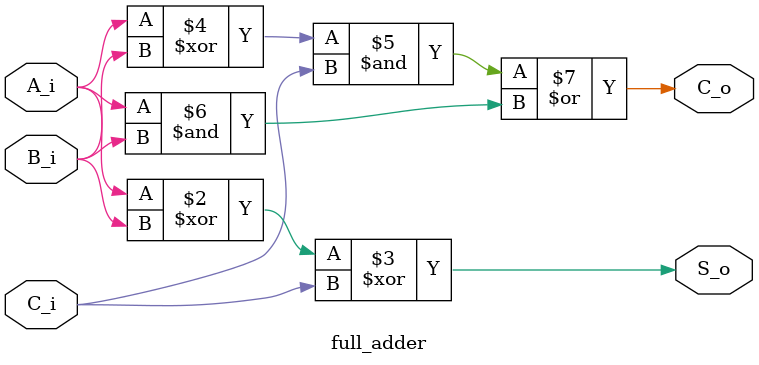
<source format=v>

`timescale 10ns/1ps
module full_adder
(					//Inputs
					input 		A_i,
					input 		B_i,
					input			C_i,
					//Outputs
					output reg	S_o,
					output reg	C_o
);

// ------------------------ Initializing Outputs ---------------------------------
initial begin
	S_o <= 1'b0;
	C_o <= 1'b0;
end

// --------------------------- Define Outputs ------------------------------------
always @ * begin
	S_o	<= A_i ^ B_i ^ C_i;
	C_o	<= ((A_i ^ B_i) & C_i) | (A_i & B_i);
end

endmodule
// ----------------------- Full Adder Module End ---------------------------------
// -------------------------------- EOF ------------------------------------------
</source>
